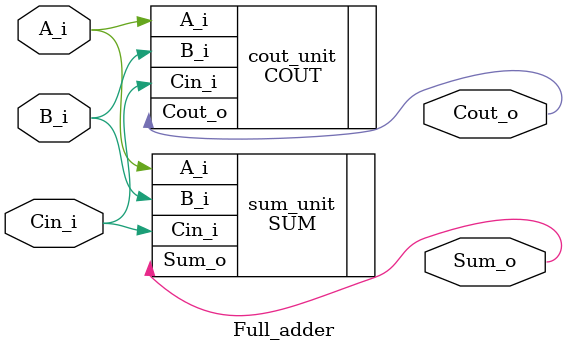
<source format=v>
`timescale 1ns/1ps
module Full_adder (
    input wire A_i,
    input wire B_i,
    input wire Cin_i,
    output wire Sum_o,
    output wire Cout_o
);

    // Instance SUM module
    SUM sum_unit (
        .A_i(A_i),
        .B_i(B_i),
        .Cin_i(Cin_i),
        .Sum_o(Sum_o)
    );

    // Instance COUT module
    COUT cout_unit (
        .A_i(A_i),
        .B_i(B_i),
        .Cin_i(Cin_i),
        .Cout_o(Cout_o)
    );

endmodule
</source>
